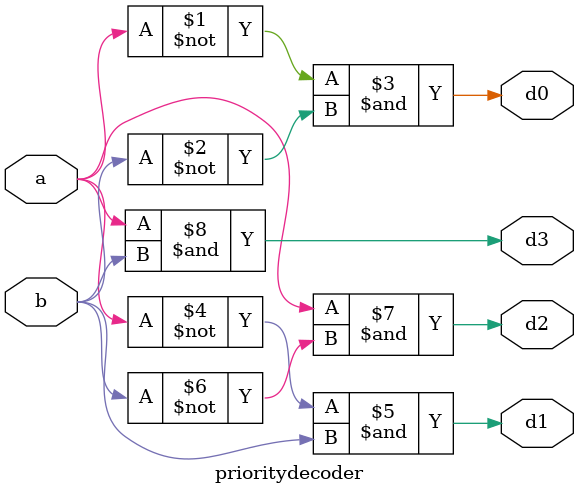
<source format=v>
`timescale 1ns / 1ps


module prioritydecoder(
    input a,b,
    output d0,d1,d2,d3
    );
    
  
    assign d0 = ~a&(~b);
    assign d1 = ~a&b;
    assign d2 = a&(~b);
    assign d3 = a&b;
endmodule

</source>
